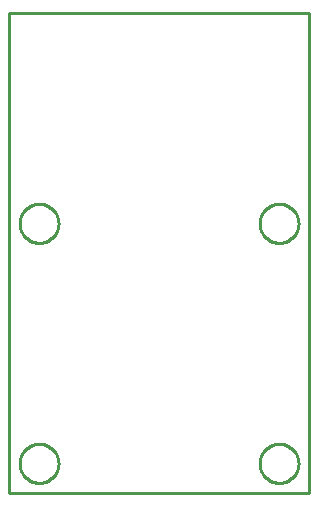
<source format=gko>
G04 EAGLE Gerber RS-274X export*
G75*
%MOMM*%
%FSLAX34Y34*%
%LPD*%
%IN*%
%IPPOS*%
%AMOC8*
5,1,8,0,0,1.08239X$1,22.5*%
G01*
%ADD10C,0.203200*%
%ADD11C,0.000000*%
%ADD12C,0.254000*%


D10*
X0Y0D02*
X254000Y0D01*
X254000Y406400D01*
X0Y406400D01*
X0Y0D01*
D11*
X8890Y25400D02*
X8895Y25805D01*
X8910Y26210D01*
X8935Y26615D01*
X8970Y27018D01*
X9014Y27421D01*
X9069Y27823D01*
X9133Y28223D01*
X9207Y28621D01*
X9291Y29017D01*
X9385Y29412D01*
X9488Y29803D01*
X9601Y30193D01*
X9723Y30579D01*
X9855Y30962D01*
X9996Y31342D01*
X10147Y31718D01*
X10306Y32091D01*
X10475Y32459D01*
X10653Y32823D01*
X10839Y33183D01*
X11035Y33538D01*
X11239Y33888D01*
X11451Y34233D01*
X11672Y34572D01*
X11902Y34907D01*
X12139Y35235D01*
X12384Y35557D01*
X12638Y35874D01*
X12898Y36184D01*
X13167Y36487D01*
X13443Y36784D01*
X13726Y37074D01*
X14016Y37357D01*
X14313Y37633D01*
X14616Y37902D01*
X14926Y38162D01*
X15243Y38416D01*
X15565Y38661D01*
X15893Y38898D01*
X16228Y39128D01*
X16567Y39349D01*
X16912Y39561D01*
X17262Y39765D01*
X17617Y39961D01*
X17977Y40147D01*
X18341Y40325D01*
X18709Y40494D01*
X19082Y40653D01*
X19458Y40804D01*
X19838Y40945D01*
X20221Y41077D01*
X20607Y41199D01*
X20997Y41312D01*
X21388Y41415D01*
X21783Y41509D01*
X22179Y41593D01*
X22577Y41667D01*
X22977Y41731D01*
X23379Y41786D01*
X23782Y41830D01*
X24185Y41865D01*
X24590Y41890D01*
X24995Y41905D01*
X25400Y41910D01*
X25805Y41905D01*
X26210Y41890D01*
X26615Y41865D01*
X27018Y41830D01*
X27421Y41786D01*
X27823Y41731D01*
X28223Y41667D01*
X28621Y41593D01*
X29017Y41509D01*
X29412Y41415D01*
X29803Y41312D01*
X30193Y41199D01*
X30579Y41077D01*
X30962Y40945D01*
X31342Y40804D01*
X31718Y40653D01*
X32091Y40494D01*
X32459Y40325D01*
X32823Y40147D01*
X33183Y39961D01*
X33538Y39765D01*
X33888Y39561D01*
X34233Y39349D01*
X34572Y39128D01*
X34907Y38898D01*
X35235Y38661D01*
X35557Y38416D01*
X35874Y38162D01*
X36184Y37902D01*
X36487Y37633D01*
X36784Y37357D01*
X37074Y37074D01*
X37357Y36784D01*
X37633Y36487D01*
X37902Y36184D01*
X38162Y35874D01*
X38416Y35557D01*
X38661Y35235D01*
X38898Y34907D01*
X39128Y34572D01*
X39349Y34233D01*
X39561Y33888D01*
X39765Y33538D01*
X39961Y33183D01*
X40147Y32823D01*
X40325Y32459D01*
X40494Y32091D01*
X40653Y31718D01*
X40804Y31342D01*
X40945Y30962D01*
X41077Y30579D01*
X41199Y30193D01*
X41312Y29803D01*
X41415Y29412D01*
X41509Y29017D01*
X41593Y28621D01*
X41667Y28223D01*
X41731Y27823D01*
X41786Y27421D01*
X41830Y27018D01*
X41865Y26615D01*
X41890Y26210D01*
X41905Y25805D01*
X41910Y25400D01*
X41905Y24995D01*
X41890Y24590D01*
X41865Y24185D01*
X41830Y23782D01*
X41786Y23379D01*
X41731Y22977D01*
X41667Y22577D01*
X41593Y22179D01*
X41509Y21783D01*
X41415Y21388D01*
X41312Y20997D01*
X41199Y20607D01*
X41077Y20221D01*
X40945Y19838D01*
X40804Y19458D01*
X40653Y19082D01*
X40494Y18709D01*
X40325Y18341D01*
X40147Y17977D01*
X39961Y17617D01*
X39765Y17262D01*
X39561Y16912D01*
X39349Y16567D01*
X39128Y16228D01*
X38898Y15893D01*
X38661Y15565D01*
X38416Y15243D01*
X38162Y14926D01*
X37902Y14616D01*
X37633Y14313D01*
X37357Y14016D01*
X37074Y13726D01*
X36784Y13443D01*
X36487Y13167D01*
X36184Y12898D01*
X35874Y12638D01*
X35557Y12384D01*
X35235Y12139D01*
X34907Y11902D01*
X34572Y11672D01*
X34233Y11451D01*
X33888Y11239D01*
X33538Y11035D01*
X33183Y10839D01*
X32823Y10653D01*
X32459Y10475D01*
X32091Y10306D01*
X31718Y10147D01*
X31342Y9996D01*
X30962Y9855D01*
X30579Y9723D01*
X30193Y9601D01*
X29803Y9488D01*
X29412Y9385D01*
X29017Y9291D01*
X28621Y9207D01*
X28223Y9133D01*
X27823Y9069D01*
X27421Y9014D01*
X27018Y8970D01*
X26615Y8935D01*
X26210Y8910D01*
X25805Y8895D01*
X25400Y8890D01*
X24995Y8895D01*
X24590Y8910D01*
X24185Y8935D01*
X23782Y8970D01*
X23379Y9014D01*
X22977Y9069D01*
X22577Y9133D01*
X22179Y9207D01*
X21783Y9291D01*
X21388Y9385D01*
X20997Y9488D01*
X20607Y9601D01*
X20221Y9723D01*
X19838Y9855D01*
X19458Y9996D01*
X19082Y10147D01*
X18709Y10306D01*
X18341Y10475D01*
X17977Y10653D01*
X17617Y10839D01*
X17262Y11035D01*
X16912Y11239D01*
X16567Y11451D01*
X16228Y11672D01*
X15893Y11902D01*
X15565Y12139D01*
X15243Y12384D01*
X14926Y12638D01*
X14616Y12898D01*
X14313Y13167D01*
X14016Y13443D01*
X13726Y13726D01*
X13443Y14016D01*
X13167Y14313D01*
X12898Y14616D01*
X12638Y14926D01*
X12384Y15243D01*
X12139Y15565D01*
X11902Y15893D01*
X11672Y16228D01*
X11451Y16567D01*
X11239Y16912D01*
X11035Y17262D01*
X10839Y17617D01*
X10653Y17977D01*
X10475Y18341D01*
X10306Y18709D01*
X10147Y19082D01*
X9996Y19458D01*
X9855Y19838D01*
X9723Y20221D01*
X9601Y20607D01*
X9488Y20997D01*
X9385Y21388D01*
X9291Y21783D01*
X9207Y22179D01*
X9133Y22577D01*
X9069Y22977D01*
X9014Y23379D01*
X8970Y23782D01*
X8935Y24185D01*
X8910Y24590D01*
X8895Y24995D01*
X8890Y25400D01*
X212090Y25400D02*
X212095Y25805D01*
X212110Y26210D01*
X212135Y26615D01*
X212170Y27018D01*
X212214Y27421D01*
X212269Y27823D01*
X212333Y28223D01*
X212407Y28621D01*
X212491Y29017D01*
X212585Y29412D01*
X212688Y29803D01*
X212801Y30193D01*
X212923Y30579D01*
X213055Y30962D01*
X213196Y31342D01*
X213347Y31718D01*
X213506Y32091D01*
X213675Y32459D01*
X213853Y32823D01*
X214039Y33183D01*
X214235Y33538D01*
X214439Y33888D01*
X214651Y34233D01*
X214872Y34572D01*
X215102Y34907D01*
X215339Y35235D01*
X215584Y35557D01*
X215838Y35874D01*
X216098Y36184D01*
X216367Y36487D01*
X216643Y36784D01*
X216926Y37074D01*
X217216Y37357D01*
X217513Y37633D01*
X217816Y37902D01*
X218126Y38162D01*
X218443Y38416D01*
X218765Y38661D01*
X219093Y38898D01*
X219428Y39128D01*
X219767Y39349D01*
X220112Y39561D01*
X220462Y39765D01*
X220817Y39961D01*
X221177Y40147D01*
X221541Y40325D01*
X221909Y40494D01*
X222282Y40653D01*
X222658Y40804D01*
X223038Y40945D01*
X223421Y41077D01*
X223807Y41199D01*
X224197Y41312D01*
X224588Y41415D01*
X224983Y41509D01*
X225379Y41593D01*
X225777Y41667D01*
X226177Y41731D01*
X226579Y41786D01*
X226982Y41830D01*
X227385Y41865D01*
X227790Y41890D01*
X228195Y41905D01*
X228600Y41910D01*
X229005Y41905D01*
X229410Y41890D01*
X229815Y41865D01*
X230218Y41830D01*
X230621Y41786D01*
X231023Y41731D01*
X231423Y41667D01*
X231821Y41593D01*
X232217Y41509D01*
X232612Y41415D01*
X233003Y41312D01*
X233393Y41199D01*
X233779Y41077D01*
X234162Y40945D01*
X234542Y40804D01*
X234918Y40653D01*
X235291Y40494D01*
X235659Y40325D01*
X236023Y40147D01*
X236383Y39961D01*
X236738Y39765D01*
X237088Y39561D01*
X237433Y39349D01*
X237772Y39128D01*
X238107Y38898D01*
X238435Y38661D01*
X238757Y38416D01*
X239074Y38162D01*
X239384Y37902D01*
X239687Y37633D01*
X239984Y37357D01*
X240274Y37074D01*
X240557Y36784D01*
X240833Y36487D01*
X241102Y36184D01*
X241362Y35874D01*
X241616Y35557D01*
X241861Y35235D01*
X242098Y34907D01*
X242328Y34572D01*
X242549Y34233D01*
X242761Y33888D01*
X242965Y33538D01*
X243161Y33183D01*
X243347Y32823D01*
X243525Y32459D01*
X243694Y32091D01*
X243853Y31718D01*
X244004Y31342D01*
X244145Y30962D01*
X244277Y30579D01*
X244399Y30193D01*
X244512Y29803D01*
X244615Y29412D01*
X244709Y29017D01*
X244793Y28621D01*
X244867Y28223D01*
X244931Y27823D01*
X244986Y27421D01*
X245030Y27018D01*
X245065Y26615D01*
X245090Y26210D01*
X245105Y25805D01*
X245110Y25400D01*
X245105Y24995D01*
X245090Y24590D01*
X245065Y24185D01*
X245030Y23782D01*
X244986Y23379D01*
X244931Y22977D01*
X244867Y22577D01*
X244793Y22179D01*
X244709Y21783D01*
X244615Y21388D01*
X244512Y20997D01*
X244399Y20607D01*
X244277Y20221D01*
X244145Y19838D01*
X244004Y19458D01*
X243853Y19082D01*
X243694Y18709D01*
X243525Y18341D01*
X243347Y17977D01*
X243161Y17617D01*
X242965Y17262D01*
X242761Y16912D01*
X242549Y16567D01*
X242328Y16228D01*
X242098Y15893D01*
X241861Y15565D01*
X241616Y15243D01*
X241362Y14926D01*
X241102Y14616D01*
X240833Y14313D01*
X240557Y14016D01*
X240274Y13726D01*
X239984Y13443D01*
X239687Y13167D01*
X239384Y12898D01*
X239074Y12638D01*
X238757Y12384D01*
X238435Y12139D01*
X238107Y11902D01*
X237772Y11672D01*
X237433Y11451D01*
X237088Y11239D01*
X236738Y11035D01*
X236383Y10839D01*
X236023Y10653D01*
X235659Y10475D01*
X235291Y10306D01*
X234918Y10147D01*
X234542Y9996D01*
X234162Y9855D01*
X233779Y9723D01*
X233393Y9601D01*
X233003Y9488D01*
X232612Y9385D01*
X232217Y9291D01*
X231821Y9207D01*
X231423Y9133D01*
X231023Y9069D01*
X230621Y9014D01*
X230218Y8970D01*
X229815Y8935D01*
X229410Y8910D01*
X229005Y8895D01*
X228600Y8890D01*
X228195Y8895D01*
X227790Y8910D01*
X227385Y8935D01*
X226982Y8970D01*
X226579Y9014D01*
X226177Y9069D01*
X225777Y9133D01*
X225379Y9207D01*
X224983Y9291D01*
X224588Y9385D01*
X224197Y9488D01*
X223807Y9601D01*
X223421Y9723D01*
X223038Y9855D01*
X222658Y9996D01*
X222282Y10147D01*
X221909Y10306D01*
X221541Y10475D01*
X221177Y10653D01*
X220817Y10839D01*
X220462Y11035D01*
X220112Y11239D01*
X219767Y11451D01*
X219428Y11672D01*
X219093Y11902D01*
X218765Y12139D01*
X218443Y12384D01*
X218126Y12638D01*
X217816Y12898D01*
X217513Y13167D01*
X217216Y13443D01*
X216926Y13726D01*
X216643Y14016D01*
X216367Y14313D01*
X216098Y14616D01*
X215838Y14926D01*
X215584Y15243D01*
X215339Y15565D01*
X215102Y15893D01*
X214872Y16228D01*
X214651Y16567D01*
X214439Y16912D01*
X214235Y17262D01*
X214039Y17617D01*
X213853Y17977D01*
X213675Y18341D01*
X213506Y18709D01*
X213347Y19082D01*
X213196Y19458D01*
X213055Y19838D01*
X212923Y20221D01*
X212801Y20607D01*
X212688Y20997D01*
X212585Y21388D01*
X212491Y21783D01*
X212407Y22179D01*
X212333Y22577D01*
X212269Y22977D01*
X212214Y23379D01*
X212170Y23782D01*
X212135Y24185D01*
X212110Y24590D01*
X212095Y24995D01*
X212090Y25400D01*
X8890Y228600D02*
X8895Y229005D01*
X8910Y229410D01*
X8935Y229815D01*
X8970Y230218D01*
X9014Y230621D01*
X9069Y231023D01*
X9133Y231423D01*
X9207Y231821D01*
X9291Y232217D01*
X9385Y232612D01*
X9488Y233003D01*
X9601Y233393D01*
X9723Y233779D01*
X9855Y234162D01*
X9996Y234542D01*
X10147Y234918D01*
X10306Y235291D01*
X10475Y235659D01*
X10653Y236023D01*
X10839Y236383D01*
X11035Y236738D01*
X11239Y237088D01*
X11451Y237433D01*
X11672Y237772D01*
X11902Y238107D01*
X12139Y238435D01*
X12384Y238757D01*
X12638Y239074D01*
X12898Y239384D01*
X13167Y239687D01*
X13443Y239984D01*
X13726Y240274D01*
X14016Y240557D01*
X14313Y240833D01*
X14616Y241102D01*
X14926Y241362D01*
X15243Y241616D01*
X15565Y241861D01*
X15893Y242098D01*
X16228Y242328D01*
X16567Y242549D01*
X16912Y242761D01*
X17262Y242965D01*
X17617Y243161D01*
X17977Y243347D01*
X18341Y243525D01*
X18709Y243694D01*
X19082Y243853D01*
X19458Y244004D01*
X19838Y244145D01*
X20221Y244277D01*
X20607Y244399D01*
X20997Y244512D01*
X21388Y244615D01*
X21783Y244709D01*
X22179Y244793D01*
X22577Y244867D01*
X22977Y244931D01*
X23379Y244986D01*
X23782Y245030D01*
X24185Y245065D01*
X24590Y245090D01*
X24995Y245105D01*
X25400Y245110D01*
X25805Y245105D01*
X26210Y245090D01*
X26615Y245065D01*
X27018Y245030D01*
X27421Y244986D01*
X27823Y244931D01*
X28223Y244867D01*
X28621Y244793D01*
X29017Y244709D01*
X29412Y244615D01*
X29803Y244512D01*
X30193Y244399D01*
X30579Y244277D01*
X30962Y244145D01*
X31342Y244004D01*
X31718Y243853D01*
X32091Y243694D01*
X32459Y243525D01*
X32823Y243347D01*
X33183Y243161D01*
X33538Y242965D01*
X33888Y242761D01*
X34233Y242549D01*
X34572Y242328D01*
X34907Y242098D01*
X35235Y241861D01*
X35557Y241616D01*
X35874Y241362D01*
X36184Y241102D01*
X36487Y240833D01*
X36784Y240557D01*
X37074Y240274D01*
X37357Y239984D01*
X37633Y239687D01*
X37902Y239384D01*
X38162Y239074D01*
X38416Y238757D01*
X38661Y238435D01*
X38898Y238107D01*
X39128Y237772D01*
X39349Y237433D01*
X39561Y237088D01*
X39765Y236738D01*
X39961Y236383D01*
X40147Y236023D01*
X40325Y235659D01*
X40494Y235291D01*
X40653Y234918D01*
X40804Y234542D01*
X40945Y234162D01*
X41077Y233779D01*
X41199Y233393D01*
X41312Y233003D01*
X41415Y232612D01*
X41509Y232217D01*
X41593Y231821D01*
X41667Y231423D01*
X41731Y231023D01*
X41786Y230621D01*
X41830Y230218D01*
X41865Y229815D01*
X41890Y229410D01*
X41905Y229005D01*
X41910Y228600D01*
X41905Y228195D01*
X41890Y227790D01*
X41865Y227385D01*
X41830Y226982D01*
X41786Y226579D01*
X41731Y226177D01*
X41667Y225777D01*
X41593Y225379D01*
X41509Y224983D01*
X41415Y224588D01*
X41312Y224197D01*
X41199Y223807D01*
X41077Y223421D01*
X40945Y223038D01*
X40804Y222658D01*
X40653Y222282D01*
X40494Y221909D01*
X40325Y221541D01*
X40147Y221177D01*
X39961Y220817D01*
X39765Y220462D01*
X39561Y220112D01*
X39349Y219767D01*
X39128Y219428D01*
X38898Y219093D01*
X38661Y218765D01*
X38416Y218443D01*
X38162Y218126D01*
X37902Y217816D01*
X37633Y217513D01*
X37357Y217216D01*
X37074Y216926D01*
X36784Y216643D01*
X36487Y216367D01*
X36184Y216098D01*
X35874Y215838D01*
X35557Y215584D01*
X35235Y215339D01*
X34907Y215102D01*
X34572Y214872D01*
X34233Y214651D01*
X33888Y214439D01*
X33538Y214235D01*
X33183Y214039D01*
X32823Y213853D01*
X32459Y213675D01*
X32091Y213506D01*
X31718Y213347D01*
X31342Y213196D01*
X30962Y213055D01*
X30579Y212923D01*
X30193Y212801D01*
X29803Y212688D01*
X29412Y212585D01*
X29017Y212491D01*
X28621Y212407D01*
X28223Y212333D01*
X27823Y212269D01*
X27421Y212214D01*
X27018Y212170D01*
X26615Y212135D01*
X26210Y212110D01*
X25805Y212095D01*
X25400Y212090D01*
X24995Y212095D01*
X24590Y212110D01*
X24185Y212135D01*
X23782Y212170D01*
X23379Y212214D01*
X22977Y212269D01*
X22577Y212333D01*
X22179Y212407D01*
X21783Y212491D01*
X21388Y212585D01*
X20997Y212688D01*
X20607Y212801D01*
X20221Y212923D01*
X19838Y213055D01*
X19458Y213196D01*
X19082Y213347D01*
X18709Y213506D01*
X18341Y213675D01*
X17977Y213853D01*
X17617Y214039D01*
X17262Y214235D01*
X16912Y214439D01*
X16567Y214651D01*
X16228Y214872D01*
X15893Y215102D01*
X15565Y215339D01*
X15243Y215584D01*
X14926Y215838D01*
X14616Y216098D01*
X14313Y216367D01*
X14016Y216643D01*
X13726Y216926D01*
X13443Y217216D01*
X13167Y217513D01*
X12898Y217816D01*
X12638Y218126D01*
X12384Y218443D01*
X12139Y218765D01*
X11902Y219093D01*
X11672Y219428D01*
X11451Y219767D01*
X11239Y220112D01*
X11035Y220462D01*
X10839Y220817D01*
X10653Y221177D01*
X10475Y221541D01*
X10306Y221909D01*
X10147Y222282D01*
X9996Y222658D01*
X9855Y223038D01*
X9723Y223421D01*
X9601Y223807D01*
X9488Y224197D01*
X9385Y224588D01*
X9291Y224983D01*
X9207Y225379D01*
X9133Y225777D01*
X9069Y226177D01*
X9014Y226579D01*
X8970Y226982D01*
X8935Y227385D01*
X8910Y227790D01*
X8895Y228195D01*
X8890Y228600D01*
X212090Y228600D02*
X212095Y229005D01*
X212110Y229410D01*
X212135Y229815D01*
X212170Y230218D01*
X212214Y230621D01*
X212269Y231023D01*
X212333Y231423D01*
X212407Y231821D01*
X212491Y232217D01*
X212585Y232612D01*
X212688Y233003D01*
X212801Y233393D01*
X212923Y233779D01*
X213055Y234162D01*
X213196Y234542D01*
X213347Y234918D01*
X213506Y235291D01*
X213675Y235659D01*
X213853Y236023D01*
X214039Y236383D01*
X214235Y236738D01*
X214439Y237088D01*
X214651Y237433D01*
X214872Y237772D01*
X215102Y238107D01*
X215339Y238435D01*
X215584Y238757D01*
X215838Y239074D01*
X216098Y239384D01*
X216367Y239687D01*
X216643Y239984D01*
X216926Y240274D01*
X217216Y240557D01*
X217513Y240833D01*
X217816Y241102D01*
X218126Y241362D01*
X218443Y241616D01*
X218765Y241861D01*
X219093Y242098D01*
X219428Y242328D01*
X219767Y242549D01*
X220112Y242761D01*
X220462Y242965D01*
X220817Y243161D01*
X221177Y243347D01*
X221541Y243525D01*
X221909Y243694D01*
X222282Y243853D01*
X222658Y244004D01*
X223038Y244145D01*
X223421Y244277D01*
X223807Y244399D01*
X224197Y244512D01*
X224588Y244615D01*
X224983Y244709D01*
X225379Y244793D01*
X225777Y244867D01*
X226177Y244931D01*
X226579Y244986D01*
X226982Y245030D01*
X227385Y245065D01*
X227790Y245090D01*
X228195Y245105D01*
X228600Y245110D01*
X229005Y245105D01*
X229410Y245090D01*
X229815Y245065D01*
X230218Y245030D01*
X230621Y244986D01*
X231023Y244931D01*
X231423Y244867D01*
X231821Y244793D01*
X232217Y244709D01*
X232612Y244615D01*
X233003Y244512D01*
X233393Y244399D01*
X233779Y244277D01*
X234162Y244145D01*
X234542Y244004D01*
X234918Y243853D01*
X235291Y243694D01*
X235659Y243525D01*
X236023Y243347D01*
X236383Y243161D01*
X236738Y242965D01*
X237088Y242761D01*
X237433Y242549D01*
X237772Y242328D01*
X238107Y242098D01*
X238435Y241861D01*
X238757Y241616D01*
X239074Y241362D01*
X239384Y241102D01*
X239687Y240833D01*
X239984Y240557D01*
X240274Y240274D01*
X240557Y239984D01*
X240833Y239687D01*
X241102Y239384D01*
X241362Y239074D01*
X241616Y238757D01*
X241861Y238435D01*
X242098Y238107D01*
X242328Y237772D01*
X242549Y237433D01*
X242761Y237088D01*
X242965Y236738D01*
X243161Y236383D01*
X243347Y236023D01*
X243525Y235659D01*
X243694Y235291D01*
X243853Y234918D01*
X244004Y234542D01*
X244145Y234162D01*
X244277Y233779D01*
X244399Y233393D01*
X244512Y233003D01*
X244615Y232612D01*
X244709Y232217D01*
X244793Y231821D01*
X244867Y231423D01*
X244931Y231023D01*
X244986Y230621D01*
X245030Y230218D01*
X245065Y229815D01*
X245090Y229410D01*
X245105Y229005D01*
X245110Y228600D01*
X245105Y228195D01*
X245090Y227790D01*
X245065Y227385D01*
X245030Y226982D01*
X244986Y226579D01*
X244931Y226177D01*
X244867Y225777D01*
X244793Y225379D01*
X244709Y224983D01*
X244615Y224588D01*
X244512Y224197D01*
X244399Y223807D01*
X244277Y223421D01*
X244145Y223038D01*
X244004Y222658D01*
X243853Y222282D01*
X243694Y221909D01*
X243525Y221541D01*
X243347Y221177D01*
X243161Y220817D01*
X242965Y220462D01*
X242761Y220112D01*
X242549Y219767D01*
X242328Y219428D01*
X242098Y219093D01*
X241861Y218765D01*
X241616Y218443D01*
X241362Y218126D01*
X241102Y217816D01*
X240833Y217513D01*
X240557Y217216D01*
X240274Y216926D01*
X239984Y216643D01*
X239687Y216367D01*
X239384Y216098D01*
X239074Y215838D01*
X238757Y215584D01*
X238435Y215339D01*
X238107Y215102D01*
X237772Y214872D01*
X237433Y214651D01*
X237088Y214439D01*
X236738Y214235D01*
X236383Y214039D01*
X236023Y213853D01*
X235659Y213675D01*
X235291Y213506D01*
X234918Y213347D01*
X234542Y213196D01*
X234162Y213055D01*
X233779Y212923D01*
X233393Y212801D01*
X233003Y212688D01*
X232612Y212585D01*
X232217Y212491D01*
X231821Y212407D01*
X231423Y212333D01*
X231023Y212269D01*
X230621Y212214D01*
X230218Y212170D01*
X229815Y212135D01*
X229410Y212110D01*
X229005Y212095D01*
X228600Y212090D01*
X228195Y212095D01*
X227790Y212110D01*
X227385Y212135D01*
X226982Y212170D01*
X226579Y212214D01*
X226177Y212269D01*
X225777Y212333D01*
X225379Y212407D01*
X224983Y212491D01*
X224588Y212585D01*
X224197Y212688D01*
X223807Y212801D01*
X223421Y212923D01*
X223038Y213055D01*
X222658Y213196D01*
X222282Y213347D01*
X221909Y213506D01*
X221541Y213675D01*
X221177Y213853D01*
X220817Y214039D01*
X220462Y214235D01*
X220112Y214439D01*
X219767Y214651D01*
X219428Y214872D01*
X219093Y215102D01*
X218765Y215339D01*
X218443Y215584D01*
X218126Y215838D01*
X217816Y216098D01*
X217513Y216367D01*
X217216Y216643D01*
X216926Y216926D01*
X216643Y217216D01*
X216367Y217513D01*
X216098Y217816D01*
X215838Y218126D01*
X215584Y218443D01*
X215339Y218765D01*
X215102Y219093D01*
X214872Y219428D01*
X214651Y219767D01*
X214439Y220112D01*
X214235Y220462D01*
X214039Y220817D01*
X213853Y221177D01*
X213675Y221541D01*
X213506Y221909D01*
X213347Y222282D01*
X213196Y222658D01*
X213055Y223038D01*
X212923Y223421D01*
X212801Y223807D01*
X212688Y224197D01*
X212585Y224588D01*
X212491Y224983D01*
X212407Y225379D01*
X212333Y225777D01*
X212269Y226177D01*
X212214Y226579D01*
X212170Y226982D01*
X212135Y227385D01*
X212110Y227790D01*
X212095Y228195D01*
X212090Y228600D01*
D12*
X0Y0D02*
X254000Y0D01*
X254000Y406400D01*
X0Y406400D01*
X0Y0D01*
X41910Y24860D02*
X41839Y23781D01*
X41698Y22709D01*
X41487Y21649D01*
X41208Y20605D01*
X40860Y19581D01*
X40446Y18583D01*
X39968Y17613D01*
X39428Y16677D01*
X38827Y15778D01*
X38169Y14921D01*
X37457Y14108D01*
X36692Y13344D01*
X35879Y12631D01*
X35022Y11973D01*
X34123Y11372D01*
X33187Y10832D01*
X32217Y10354D01*
X31219Y9940D01*
X30195Y9592D01*
X29151Y9313D01*
X28091Y9102D01*
X27019Y8961D01*
X25940Y8890D01*
X24860Y8890D01*
X23781Y8961D01*
X22709Y9102D01*
X21649Y9313D01*
X20605Y9592D01*
X19581Y9940D01*
X18583Y10354D01*
X17613Y10832D01*
X16677Y11372D01*
X15778Y11973D01*
X14921Y12631D01*
X14108Y13344D01*
X13344Y14108D01*
X12631Y14921D01*
X11973Y15778D01*
X11372Y16677D01*
X10832Y17613D01*
X10354Y18583D01*
X9940Y19581D01*
X9592Y20605D01*
X9313Y21649D01*
X9102Y22709D01*
X8961Y23781D01*
X8890Y24860D01*
X8890Y25940D01*
X8961Y27019D01*
X9102Y28091D01*
X9313Y29151D01*
X9592Y30195D01*
X9940Y31219D01*
X10354Y32217D01*
X10832Y33187D01*
X11372Y34123D01*
X11973Y35022D01*
X12631Y35879D01*
X13344Y36692D01*
X14108Y37457D01*
X14921Y38169D01*
X15778Y38827D01*
X16677Y39428D01*
X17613Y39968D01*
X18583Y40446D01*
X19581Y40860D01*
X20605Y41208D01*
X21649Y41487D01*
X22709Y41698D01*
X23781Y41839D01*
X24860Y41910D01*
X25940Y41910D01*
X27019Y41839D01*
X28091Y41698D01*
X29151Y41487D01*
X30195Y41208D01*
X31219Y40860D01*
X32217Y40446D01*
X33187Y39968D01*
X34123Y39428D01*
X35022Y38827D01*
X35879Y38169D01*
X36692Y37457D01*
X37457Y36692D01*
X38169Y35879D01*
X38827Y35022D01*
X39428Y34123D01*
X39968Y33187D01*
X40446Y32217D01*
X40860Y31219D01*
X41208Y30195D01*
X41487Y29151D01*
X41698Y28091D01*
X41839Y27019D01*
X41910Y25940D01*
X41910Y24860D01*
X245110Y24860D02*
X245039Y23781D01*
X244898Y22709D01*
X244687Y21649D01*
X244408Y20605D01*
X244060Y19581D01*
X243646Y18583D01*
X243168Y17613D01*
X242628Y16677D01*
X242027Y15778D01*
X241369Y14921D01*
X240657Y14108D01*
X239892Y13344D01*
X239079Y12631D01*
X238222Y11973D01*
X237323Y11372D01*
X236387Y10832D01*
X235417Y10354D01*
X234419Y9940D01*
X233395Y9592D01*
X232351Y9313D01*
X231291Y9102D01*
X230219Y8961D01*
X229140Y8890D01*
X228060Y8890D01*
X226981Y8961D01*
X225909Y9102D01*
X224849Y9313D01*
X223805Y9592D01*
X222781Y9940D01*
X221783Y10354D01*
X220813Y10832D01*
X219877Y11372D01*
X218978Y11973D01*
X218121Y12631D01*
X217308Y13344D01*
X216544Y14108D01*
X215831Y14921D01*
X215173Y15778D01*
X214572Y16677D01*
X214032Y17613D01*
X213554Y18583D01*
X213140Y19581D01*
X212792Y20605D01*
X212513Y21649D01*
X212302Y22709D01*
X212161Y23781D01*
X212090Y24860D01*
X212090Y25940D01*
X212161Y27019D01*
X212302Y28091D01*
X212513Y29151D01*
X212792Y30195D01*
X213140Y31219D01*
X213554Y32217D01*
X214032Y33187D01*
X214572Y34123D01*
X215173Y35022D01*
X215831Y35879D01*
X216544Y36692D01*
X217308Y37457D01*
X218121Y38169D01*
X218978Y38827D01*
X219877Y39428D01*
X220813Y39968D01*
X221783Y40446D01*
X222781Y40860D01*
X223805Y41208D01*
X224849Y41487D01*
X225909Y41698D01*
X226981Y41839D01*
X228060Y41910D01*
X229140Y41910D01*
X230219Y41839D01*
X231291Y41698D01*
X232351Y41487D01*
X233395Y41208D01*
X234419Y40860D01*
X235417Y40446D01*
X236387Y39968D01*
X237323Y39428D01*
X238222Y38827D01*
X239079Y38169D01*
X239892Y37457D01*
X240657Y36692D01*
X241369Y35879D01*
X242027Y35022D01*
X242628Y34123D01*
X243168Y33187D01*
X243646Y32217D01*
X244060Y31219D01*
X244408Y30195D01*
X244687Y29151D01*
X244898Y28091D01*
X245039Y27019D01*
X245110Y25940D01*
X245110Y24860D01*
X41910Y228060D02*
X41839Y226981D01*
X41698Y225909D01*
X41487Y224849D01*
X41208Y223805D01*
X40860Y222781D01*
X40446Y221783D01*
X39968Y220813D01*
X39428Y219877D01*
X38827Y218978D01*
X38169Y218121D01*
X37457Y217308D01*
X36692Y216544D01*
X35879Y215831D01*
X35022Y215173D01*
X34123Y214572D01*
X33187Y214032D01*
X32217Y213554D01*
X31219Y213140D01*
X30195Y212792D01*
X29151Y212513D01*
X28091Y212302D01*
X27019Y212161D01*
X25940Y212090D01*
X24860Y212090D01*
X23781Y212161D01*
X22709Y212302D01*
X21649Y212513D01*
X20605Y212792D01*
X19581Y213140D01*
X18583Y213554D01*
X17613Y214032D01*
X16677Y214572D01*
X15778Y215173D01*
X14921Y215831D01*
X14108Y216544D01*
X13344Y217308D01*
X12631Y218121D01*
X11973Y218978D01*
X11372Y219877D01*
X10832Y220813D01*
X10354Y221783D01*
X9940Y222781D01*
X9592Y223805D01*
X9313Y224849D01*
X9102Y225909D01*
X8961Y226981D01*
X8890Y228060D01*
X8890Y229140D01*
X8961Y230219D01*
X9102Y231291D01*
X9313Y232351D01*
X9592Y233395D01*
X9940Y234419D01*
X10354Y235417D01*
X10832Y236387D01*
X11372Y237323D01*
X11973Y238222D01*
X12631Y239079D01*
X13344Y239892D01*
X14108Y240657D01*
X14921Y241369D01*
X15778Y242027D01*
X16677Y242628D01*
X17613Y243168D01*
X18583Y243646D01*
X19581Y244060D01*
X20605Y244408D01*
X21649Y244687D01*
X22709Y244898D01*
X23781Y245039D01*
X24860Y245110D01*
X25940Y245110D01*
X27019Y245039D01*
X28091Y244898D01*
X29151Y244687D01*
X30195Y244408D01*
X31219Y244060D01*
X32217Y243646D01*
X33187Y243168D01*
X34123Y242628D01*
X35022Y242027D01*
X35879Y241369D01*
X36692Y240657D01*
X37457Y239892D01*
X38169Y239079D01*
X38827Y238222D01*
X39428Y237323D01*
X39968Y236387D01*
X40446Y235417D01*
X40860Y234419D01*
X41208Y233395D01*
X41487Y232351D01*
X41698Y231291D01*
X41839Y230219D01*
X41910Y229140D01*
X41910Y228060D01*
X245110Y228060D02*
X245039Y226981D01*
X244898Y225909D01*
X244687Y224849D01*
X244408Y223805D01*
X244060Y222781D01*
X243646Y221783D01*
X243168Y220813D01*
X242628Y219877D01*
X242027Y218978D01*
X241369Y218121D01*
X240657Y217308D01*
X239892Y216544D01*
X239079Y215831D01*
X238222Y215173D01*
X237323Y214572D01*
X236387Y214032D01*
X235417Y213554D01*
X234419Y213140D01*
X233395Y212792D01*
X232351Y212513D01*
X231291Y212302D01*
X230219Y212161D01*
X229140Y212090D01*
X228060Y212090D01*
X226981Y212161D01*
X225909Y212302D01*
X224849Y212513D01*
X223805Y212792D01*
X222781Y213140D01*
X221783Y213554D01*
X220813Y214032D01*
X219877Y214572D01*
X218978Y215173D01*
X218121Y215831D01*
X217308Y216544D01*
X216544Y217308D01*
X215831Y218121D01*
X215173Y218978D01*
X214572Y219877D01*
X214032Y220813D01*
X213554Y221783D01*
X213140Y222781D01*
X212792Y223805D01*
X212513Y224849D01*
X212302Y225909D01*
X212161Y226981D01*
X212090Y228060D01*
X212090Y229140D01*
X212161Y230219D01*
X212302Y231291D01*
X212513Y232351D01*
X212792Y233395D01*
X213140Y234419D01*
X213554Y235417D01*
X214032Y236387D01*
X214572Y237323D01*
X215173Y238222D01*
X215831Y239079D01*
X216544Y239892D01*
X217308Y240657D01*
X218121Y241369D01*
X218978Y242027D01*
X219877Y242628D01*
X220813Y243168D01*
X221783Y243646D01*
X222781Y244060D01*
X223805Y244408D01*
X224849Y244687D01*
X225909Y244898D01*
X226981Y245039D01*
X228060Y245110D01*
X229140Y245110D01*
X230219Y245039D01*
X231291Y244898D01*
X232351Y244687D01*
X233395Y244408D01*
X234419Y244060D01*
X235417Y243646D01*
X236387Y243168D01*
X237323Y242628D01*
X238222Y242027D01*
X239079Y241369D01*
X239892Y240657D01*
X240657Y239892D01*
X241369Y239079D01*
X242027Y238222D01*
X242628Y237323D01*
X243168Y236387D01*
X243646Y235417D01*
X244060Y234419D01*
X244408Y233395D01*
X244687Y232351D01*
X244898Y231291D01*
X245039Y230219D01*
X245110Y229140D01*
X245110Y228060D01*
M02*

</source>
